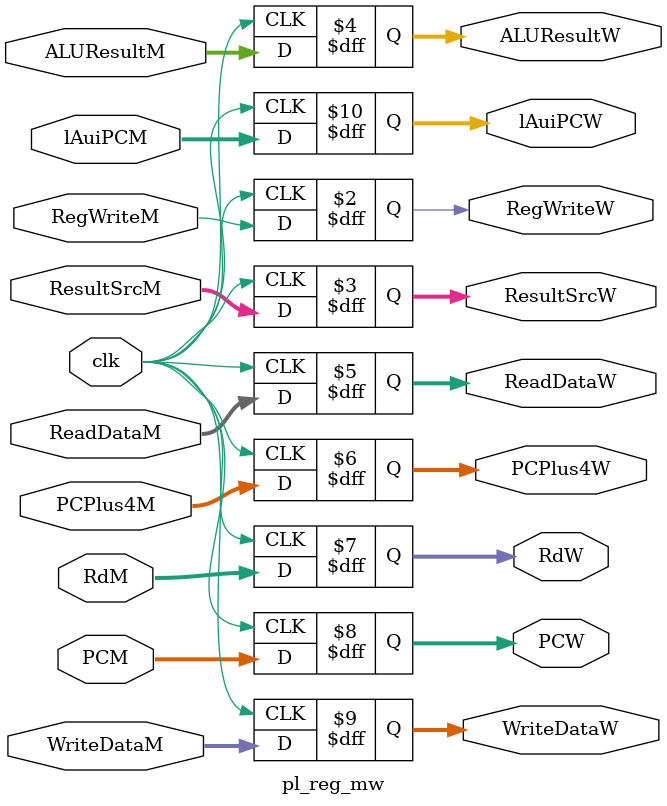
<source format=v>

module pl_reg_mw (
    input             clk,
    input             RegWriteM,
    input [1:0]       ResultSrcM,
    input [31:0]      ALUResultM, ReadDataM, PCPlus4M,
    input [4:0]       RdM,
	 input [31:0]      PCM, WriteDataM, lAuiPCM,
    output reg        RegWriteW,
    output reg [1:0]  ResultSrcW,
    output reg [31:0] ALUResultW, ReadDataW, PCPlus4W,
    output reg [4:0]  RdW,
	 output reg [31:0] PCW, WriteDataW, lAuiPCW
);

always @(posedge clk) begin
	RegWriteW <= RegWriteM;
   ResultSrcW <= ResultSrcM;
   ALUResultW <= ALUResultM;
   ReadDataW <= ReadDataM;
   PCPlus4W <= PCPlus4M;
   RdW <= RdM;
	PCW <= PCM;
	WriteDataW <= WriteDataM;
	lAuiPCW <= lAuiPCM;
end

endmodule
</source>
